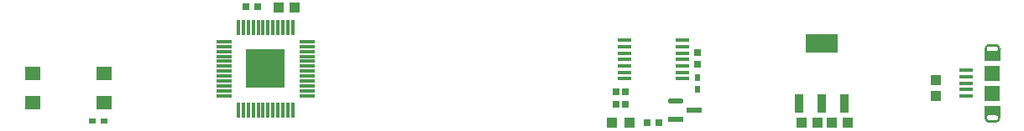
<source format=gbr>
%TF.GenerationSoftware,Altium Limited,Altium NEXUS,2.1.9 (83)*%
G04 Layer_Color=8421504*
%FSLAX44Y44*%
%MOMM*%
%TF.FileFunction,Paste,Top*%
%TF.Part,Single*%
G01*
G75*
%TA.AperFunction,SMDPad,CuDef*%
%ADD11R,1.1000X1.0000*%
%ADD12R,1.4620X0.3548*%
%ADD13R,4.0000X4.0000*%
G04:AMPARAMS|DCode=14|XSize=1.56mm|YSize=0.28mm|CornerRadius=0.035mm|HoleSize=0mm|Usage=FLASHONLY|Rotation=0.000|XOffset=0mm|YOffset=0mm|HoleType=Round|Shape=RoundedRectangle|*
%AMROUNDEDRECTD14*
21,1,1.5600,0.2100,0,0,0.0*
21,1,1.4900,0.2800,0,0,0.0*
1,1,0.0700,0.7450,-0.1050*
1,1,0.0700,-0.7450,-0.1050*
1,1,0.0700,-0.7450,0.1050*
1,1,0.0700,0.7450,0.1050*
%
%ADD14ROUNDEDRECTD14*%
G04:AMPARAMS|DCode=15|XSize=1.56mm|YSize=0.28mm|CornerRadius=0.035mm|HoleSize=0mm|Usage=FLASHONLY|Rotation=90.000|XOffset=0mm|YOffset=0mm|HoleType=Round|Shape=RoundedRectangle|*
%AMROUNDEDRECTD15*
21,1,1.5600,0.2100,0,0,90.0*
21,1,1.4900,0.2800,0,0,90.0*
1,1,0.0700,0.1050,0.7450*
1,1,0.0700,0.1050,-0.7450*
1,1,0.0700,-0.1050,-0.7450*
1,1,0.0700,-0.1050,0.7450*
%
%ADD15ROUNDEDRECTD15*%
%ADD16R,1.0000X1.0000*%
%ADD17R,0.8000X0.6000*%
%ADD18R,1.3500X0.4000*%
%ADD19R,1.5500X1.5000*%
%ADD20R,0.8000X0.7000*%
%ADD21R,1.5500X0.5500*%
G04:AMPARAMS|DCode=22|XSize=0.55mm|YSize=1.55mm|CornerRadius=0mm|HoleSize=0mm|Usage=FLASHONLY|Rotation=90.000|XOffset=0mm|YOffset=0mm|HoleType=Round|Shape=Octagon|*
%AMOCTAGOND22*
4,1,8,-0.7750,-0.1375,-0.7750,0.1375,-0.6375,0.2750,0.6375,0.2750,0.7750,0.1375,0.7750,-0.1375,0.6375,-0.2750,-0.6375,-0.2750,-0.7750,-0.1375,0.0*
%
%ADD22OCTAGOND22*%

%ADD23R,3.1900X1.8600*%
%ADD24R,0.9000X1.8600*%
%ADD25R,1.6000X1.4000*%
%ADD26R,0.7000X0.8000*%
%ADD27R,0.6000X0.8000*%
%ADD28R,1.0000X1.0000*%
%TA.AperFunction,NonConductor*%
%ADD72C,0.0001*%
G36*
X1822750Y389660D02*
X1822743Y389398D01*
X1822723Y389137D01*
X1822688Y388878D01*
X1822641Y388620D01*
X1822580Y388366D01*
X1822505Y388115D01*
X1822418Y387868D01*
X1822318Y387626D01*
X1822205Y387390D01*
X1822080Y387160D01*
X1821943Y386937D01*
X1821795Y386721D01*
X1821636Y386513D01*
X1821466Y386314D01*
X1821286Y386124D01*
X1821096Y385944D01*
X1820897Y385774D01*
X1820689Y385615D01*
X1820473Y385467D01*
X1820250Y385330D01*
X1820020Y385205D01*
X1819784Y385092D01*
X1819542Y384992D01*
X1819295Y384905D01*
X1819044Y384830D01*
X1818790Y384769D01*
X1818532Y384722D01*
X1818273Y384687D01*
X1818012Y384667D01*
X1817750Y384660D01*
X1812250D01*
X1811988Y384667D01*
X1811727Y384687D01*
X1811468Y384722D01*
X1811210Y384769D01*
X1810956Y384830D01*
X1810705Y384905D01*
X1810458Y384992D01*
X1810216Y385092D01*
X1809980Y385205D01*
X1809750Y385330D01*
X1809527Y385467D01*
X1809311Y385615D01*
X1809103Y385774D01*
X1808904Y385944D01*
X1808714Y386124D01*
X1808534Y386314D01*
X1808364Y386513D01*
X1808205Y386721D01*
X1808057Y386937D01*
X1807920Y387160D01*
X1807795Y387390D01*
X1807682Y387626D01*
X1807582Y387868D01*
X1807495Y388115D01*
X1807420Y388366D01*
X1807359Y388620D01*
X1807312Y388878D01*
X1807277Y389137D01*
X1807257Y389398D01*
X1807250Y389660D01*
Y401660D01*
X1822750D01*
Y389660D01*
D02*
G37*
G36*
X1818012Y464653D02*
X1818273Y464633D01*
X1818532Y464599D01*
X1818790Y464551D01*
X1819044Y464490D01*
X1819295Y464415D01*
X1819542Y464328D01*
X1819784Y464228D01*
X1820020Y464115D01*
X1820250Y463990D01*
X1820473Y463853D01*
X1820689Y463705D01*
X1820897Y463546D01*
X1821096Y463376D01*
X1821286Y463195D01*
X1821466Y463006D01*
X1821636Y462807D01*
X1821795Y462599D01*
X1821943Y462383D01*
X1822080Y462160D01*
X1822205Y461930D01*
X1822318Y461694D01*
X1822418Y461452D01*
X1822505Y461205D01*
X1822580Y460954D01*
X1822641Y460700D01*
X1822688Y460442D01*
X1822723Y460183D01*
X1822743Y459922D01*
X1822750Y459660D01*
Y447660D01*
X1807250D01*
Y459660D01*
X1807257Y459922D01*
X1807277Y460183D01*
X1807312Y460442D01*
X1807359Y460700D01*
X1807420Y460954D01*
X1807495Y461205D01*
X1807582Y461452D01*
X1807682Y461694D01*
X1807795Y461930D01*
X1807920Y462160D01*
X1808057Y462383D01*
X1808205Y462599D01*
X1808364Y462807D01*
X1808534Y463006D01*
X1808714Y463195D01*
X1808904Y463376D01*
X1809103Y463546D01*
X1809311Y463705D01*
X1809527Y463853D01*
X1809750Y463990D01*
X1809980Y464115D01*
X1810216Y464228D01*
X1810458Y464328D01*
X1810705Y464415D01*
X1810956Y464490D01*
X1811210Y464551D01*
X1811468Y464599D01*
X1811727Y464633D01*
X1811988Y464653D01*
X1812250Y464660D01*
X1817750D01*
X1818012Y464653D01*
D02*
G37*
%LPC*%
G36*
X1818250Y392160D02*
X1811750D01*
X1811619Y392157D01*
X1811489Y392146D01*
X1811359Y392129D01*
X1811230Y392105D01*
X1811103Y392075D01*
X1810977Y392038D01*
X1810854Y391994D01*
X1810733Y391944D01*
X1810615Y391888D01*
X1810500Y391825D01*
X1810388Y391757D01*
X1810280Y391683D01*
X1810177Y391603D01*
X1810077Y391518D01*
X1809982Y391428D01*
X1809892Y391333D01*
X1809807Y391233D01*
X1809727Y391129D01*
X1809653Y391022D01*
X1809585Y390910D01*
X1809523Y390795D01*
X1809466Y390677D01*
X1809416Y390556D01*
X1809372Y390433D01*
X1809335Y390307D01*
X1809305Y390180D01*
X1809281Y390051D01*
X1809264Y389921D01*
X1809253Y389791D01*
X1809250Y389660D01*
X1809253Y389529D01*
X1809264Y389399D01*
X1809281Y389269D01*
X1809305Y389140D01*
X1809335Y389013D01*
X1809372Y388887D01*
X1809416Y388764D01*
X1809466Y388643D01*
X1809523Y388525D01*
X1809585Y388410D01*
X1809653Y388298D01*
X1809727Y388190D01*
X1809807Y388087D01*
X1809892Y387987D01*
X1809982Y387892D01*
X1810077Y387802D01*
X1810177Y387717D01*
X1810280Y387637D01*
X1810388Y387563D01*
X1810500Y387495D01*
X1810615Y387433D01*
X1810733Y387376D01*
X1810854Y387326D01*
X1810977Y387282D01*
X1811103Y387245D01*
X1811230Y387215D01*
X1811359Y387191D01*
X1811489Y387174D01*
X1811619Y387163D01*
X1811750Y387160D01*
X1818250D01*
X1818381Y387163D01*
X1818511Y387174D01*
X1818641Y387191D01*
X1818770Y387215D01*
X1818897Y387245D01*
X1819023Y387282D01*
X1819146Y387326D01*
X1819267Y387376D01*
X1819385Y387433D01*
X1819500Y387495D01*
X1819612Y387563D01*
X1819720Y387637D01*
X1819823Y387717D01*
X1819923Y387802D01*
X1820018Y387892D01*
X1820108Y387987D01*
X1820193Y388087D01*
X1820273Y388190D01*
X1820347Y388298D01*
X1820415Y388410D01*
X1820477Y388525D01*
X1820534Y388643D01*
X1820584Y388764D01*
X1820628Y388887D01*
X1820665Y389013D01*
X1820695Y389140D01*
X1820719Y389269D01*
X1820736Y389399D01*
X1820747Y389529D01*
X1820750Y389660D01*
X1820747Y389791D01*
X1820736Y389921D01*
X1820719Y390051D01*
X1820695Y390180D01*
X1820665Y390307D01*
X1820628Y390433D01*
X1820584Y390556D01*
X1820534Y390677D01*
X1820477Y390795D01*
X1820415Y390910D01*
X1820347Y391022D01*
X1820273Y391129D01*
X1820193Y391233D01*
X1820108Y391333D01*
X1820018Y391428D01*
X1819923Y391518D01*
X1819823Y391603D01*
X1819720Y391683D01*
X1819612Y391757D01*
X1819500Y391825D01*
X1819385Y391888D01*
X1819267Y391944D01*
X1819146Y391994D01*
X1819023Y392038D01*
X1818897Y392075D01*
X1818770Y392105D01*
X1818641Y392129D01*
X1818511Y392146D01*
X1818381Y392157D01*
X1818250Y392160D01*
D02*
G37*
G36*
Y462160D02*
X1811750D01*
X1811619Y462157D01*
X1811489Y462146D01*
X1811359Y462129D01*
X1811230Y462105D01*
X1811103Y462075D01*
X1810977Y462038D01*
X1810854Y461994D01*
X1810733Y461944D01*
X1810615Y461888D01*
X1810500Y461825D01*
X1810388Y461757D01*
X1810280Y461683D01*
X1810177Y461603D01*
X1810077Y461518D01*
X1809982Y461428D01*
X1809892Y461333D01*
X1809807Y461233D01*
X1809727Y461129D01*
X1809653Y461022D01*
X1809585Y460910D01*
X1809523Y460795D01*
X1809466Y460677D01*
X1809416Y460556D01*
X1809372Y460433D01*
X1809335Y460307D01*
X1809305Y460180D01*
X1809281Y460051D01*
X1809264Y459921D01*
X1809253Y459791D01*
X1809250Y459660D01*
X1809253Y459529D01*
X1809264Y459399D01*
X1809281Y459269D01*
X1809305Y459140D01*
X1809335Y459013D01*
X1809372Y458887D01*
X1809416Y458764D01*
X1809466Y458643D01*
X1809523Y458525D01*
X1809585Y458410D01*
X1809653Y458298D01*
X1809727Y458190D01*
X1809807Y458087D01*
X1809892Y457987D01*
X1809982Y457892D01*
X1810077Y457802D01*
X1810177Y457717D01*
X1810280Y457637D01*
X1810388Y457563D01*
X1810500Y457495D01*
X1810615Y457433D01*
X1810733Y457376D01*
X1810854Y457326D01*
X1810977Y457282D01*
X1811103Y457245D01*
X1811230Y457215D01*
X1811359Y457191D01*
X1811489Y457174D01*
X1811619Y457163D01*
X1811750Y457160D01*
X1818250D01*
X1818381Y457163D01*
X1818511Y457174D01*
X1818641Y457191D01*
X1818770Y457215D01*
X1818897Y457245D01*
X1819023Y457282D01*
X1819146Y457326D01*
X1819267Y457376D01*
X1819385Y457433D01*
X1819500Y457495D01*
X1819612Y457563D01*
X1819720Y457637D01*
X1819823Y457717D01*
X1819923Y457802D01*
X1820018Y457892D01*
X1820108Y457987D01*
X1820193Y458087D01*
X1820273Y458190D01*
X1820347Y458298D01*
X1820415Y458410D01*
X1820477Y458525D01*
X1820534Y458643D01*
X1820584Y458764D01*
X1820628Y458887D01*
X1820665Y459013D01*
X1820695Y459140D01*
X1820719Y459269D01*
X1820736Y459399D01*
X1820747Y459529D01*
X1820750Y459660D01*
X1820747Y459791D01*
X1820736Y459921D01*
X1820719Y460051D01*
X1820695Y460180D01*
X1820665Y460307D01*
X1820628Y460433D01*
X1820584Y460556D01*
X1820534Y460677D01*
X1820477Y460795D01*
X1820415Y460910D01*
X1820347Y461022D01*
X1820273Y461129D01*
X1820193Y461233D01*
X1820108Y461333D01*
X1820018Y461428D01*
X1819923Y461518D01*
X1819823Y461603D01*
X1819720Y461683D01*
X1819612Y461757D01*
X1819500Y461825D01*
X1819385Y461888D01*
X1819267Y461944D01*
X1819146Y461994D01*
X1819023Y462038D01*
X1818897Y462075D01*
X1818770Y462105D01*
X1818641Y462129D01*
X1818511Y462146D01*
X1818381Y462157D01*
X1818250Y462160D01*
D02*
G37*
%LPD*%
D11*
X1431500Y384660D02*
D03*
X1448500D02*
D03*
D12*
X1502500Y468170D02*
D03*
Y461667D02*
D03*
Y455165D02*
D03*
Y448662D02*
D03*
Y442160D02*
D03*
Y435658D02*
D03*
Y429155D02*
D03*
X1444080D02*
D03*
Y435658D02*
D03*
Y442160D02*
D03*
Y448662D02*
D03*
Y455165D02*
D03*
Y461667D02*
D03*
Y468170D02*
D03*
D13*
X1081750Y439500D02*
D03*
D14*
X1123550Y467000D02*
D03*
Y462000D02*
D03*
Y457000D02*
D03*
Y452000D02*
D03*
Y447000D02*
D03*
Y442000D02*
D03*
Y437000D02*
D03*
Y432000D02*
D03*
Y427000D02*
D03*
Y422000D02*
D03*
Y417000D02*
D03*
Y412000D02*
D03*
X1039950D02*
D03*
Y417000D02*
D03*
Y422000D02*
D03*
Y427000D02*
D03*
Y432000D02*
D03*
Y437000D02*
D03*
Y442000D02*
D03*
Y447000D02*
D03*
Y452000D02*
D03*
Y457000D02*
D03*
Y462000D02*
D03*
Y467000D02*
D03*
D15*
X1054250Y481300D02*
D03*
X1059250D02*
D03*
X1064250D02*
D03*
X1069250D02*
D03*
X1074250D02*
D03*
X1079250D02*
D03*
X1084250D02*
D03*
X1089250D02*
D03*
X1094250D02*
D03*
X1099250D02*
D03*
X1104250D02*
D03*
X1109250D02*
D03*
Y397700D02*
D03*
X1104250D02*
D03*
X1099250D02*
D03*
X1094250D02*
D03*
X1089250D02*
D03*
X1084250D02*
D03*
X1079250D02*
D03*
X1074250D02*
D03*
X1069250D02*
D03*
X1064250D02*
D03*
X1059250D02*
D03*
X1054250D02*
D03*
D16*
X1095000Y501500D02*
D03*
X1111000D02*
D03*
X1622500Y384410D02*
D03*
X1638500D02*
D03*
X1653250Y384660D02*
D03*
X1669250D02*
D03*
D17*
X907000Y386660D02*
D03*
X919000D02*
D03*
D18*
X1788000Y411660D02*
D03*
Y418160D02*
D03*
Y424660D02*
D03*
Y431160D02*
D03*
Y437660D02*
D03*
D19*
X1815000Y414660D02*
D03*
Y434660D02*
D03*
D20*
X1061750Y502500D02*
D03*
X1073750D02*
D03*
X1478500Y384660D02*
D03*
X1466500D02*
D03*
D21*
X1514250Y397160D02*
D03*
X1495750Y387660D02*
D03*
D22*
Y406660D02*
D03*
D23*
X1642500Y465410D02*
D03*
D24*
X1665500Y403910D02*
D03*
X1642500D02*
D03*
X1619500D02*
D03*
D25*
X846500Y404660D02*
D03*
X918500D02*
D03*
X846500Y434660D02*
D03*
X918500D02*
D03*
D26*
X1435000Y403660D02*
D03*
Y415660D02*
D03*
X1445000Y403660D02*
D03*
Y415660D02*
D03*
X1517500Y443660D02*
D03*
Y455660D02*
D03*
D27*
X1517500Y430660D02*
D03*
Y418660D02*
D03*
D28*
X1757500Y427660D02*
D03*
Y411660D02*
D03*
D72*
X1807300Y389660D02*
X1809000D01*
X1821000Y459660D02*
X1822700D01*
%TF.MD5,2dcd028dba7fb794449c4fe04b00e24a*%
M02*

</source>
